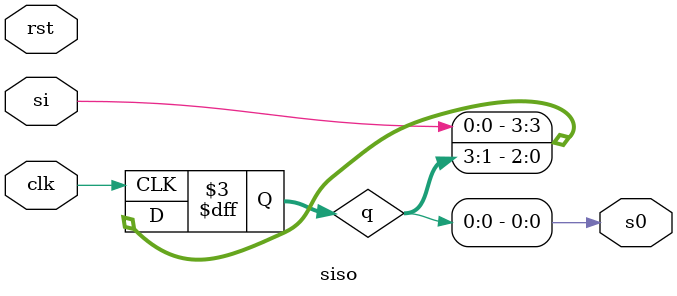
<source format=v>
module siso(input clk,rst,si,output s0);
reg[3:0]q=0;
always@(posedge clk)
begin
    q[3]<=si;
    q[2]<=q[3];
    q[1]<=q[2];
    q[0]<=q[1];
end
assign s0 = q[0];
endmodule

</source>
